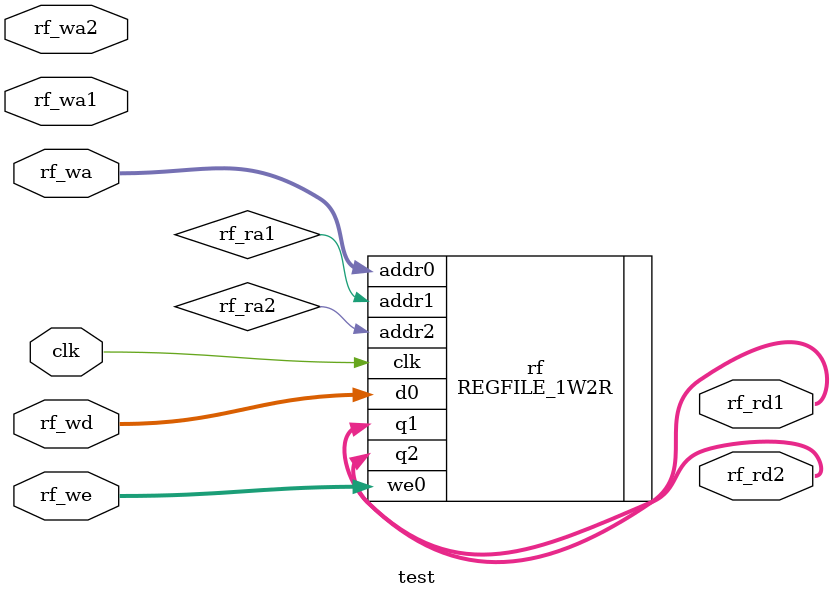
<source format=v>
`include "EECS151.v"

module test (
    input clk,
    input[4:0] rf_wa,
    input[31:0] rf_wd,
    input[3:0] rf_we,
    
    input[4:0] rf_wa1,
    input[4:0] rf_wa2,
    output[31:0] rf_rd1,
    output[31:0] rf_rd2
);

    REGFILE_1W2R # (
        .AWIDTH(5),
        .DWIDTH(32),
        .DEPTH(32)
    ) rf (
        .d0(rf_wd),     // input
        .addr0(rf_wa), // input
        .we0(rf_we),    // input
        .q1(rf_rd1),    // output
        .addr1(rf_ra1), // input
        .q2(rf_rd2),    // output
        .addr2(rf_ra2), // input
        .clk(clk));
endmodule // test 
</source>
